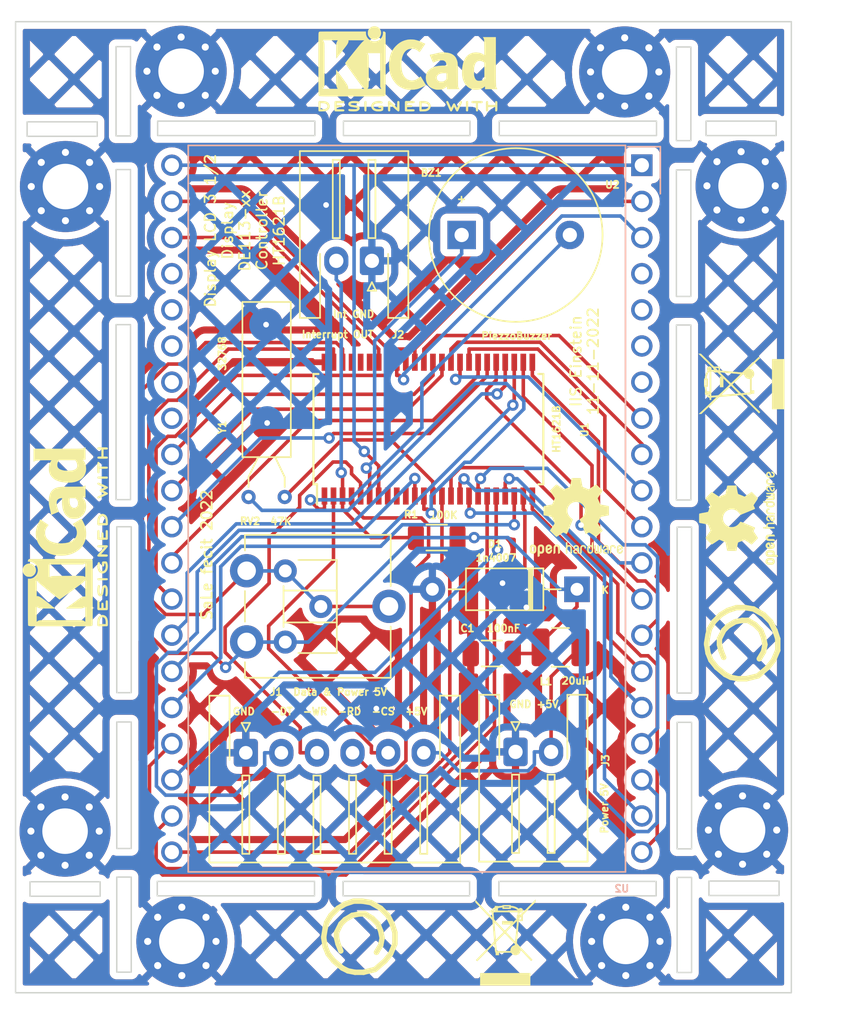
<source format=kicad_pcb>
(kicad_pcb (version 20211014) (generator pcbnew)
  (layers (0 "F.Cu" signal) (31 "B.Cu" signal) (34 "B.Paste" user) (35 "F.Paste" user) (36 "B.SilkS" user "B.Silkscreen") (37 "F.SilkS" user "F.Silkscreen") (38 "B.Mask" user) (39 "F.Mask" user) (44 "Edge.Cuts" user))
  (net 0 "")
  (net 1 "Net-(BZ1-Pad1)")
  (net 2 "Net-(BZ1-Pad2)")
  (net 3 "Net-(C1-Pad1)")
  (net 4 "GND")
  (net 5 "Net-(U1-Pad11)")
  (net 6 "Net-(J3-Pad2)")
  (net 7 "Net-(U1-Pad5)")
  (net 8 "Net-(U1-Pad4)")
  (net 9 "Net-(U1-Pad2)")
  (net 10 "Net-(U1-Pad7)")
  (net 11 "Net-(J2-Pad2)")
  (net 12 "Net-(U1-Pad12)")
  (net 13 "Net-(U1-Pad13)")
  (net 14 "Net-(U1-Pad14)")
  (net 15 "Net-(U1-Pad15)")
  (net 16 "Net-(U1-Pad16)")
  (net 17 "Net-(U1-Pad17)")
  (net 18 "Net-(U1-Pad18)")
  (net 19 "Net-(U1-Pad19)")
  (net 20 "Net-(U1-Pad20)")
  (net 21 "Net-(U1-Pad21)")
  (net 22 "Net-(U1-Pad22)")
  (net 23 "Net-(U1-Pad23)")
  (net 24 "Net-(U1-Pad24)")
  (net 25 "Net-(U1-Pad25)")
  (net 26 "Net-(U1-Pad26)")
  (net 27 "Net-(U1-Pad27)")
  (net 28 "Net-(U1-Pad28)")
  (net 29 "Net-(U1-Pad29)")
  (net 30 "Net-(U1-Pad30)")
  (net 31 "Net-(U1-Pad31)")
  (net 32 "Net-(U1-Pad32)")
  (net 33 "Net-(U1-Pad33)")
  (net 34 "Net-(U1-Pad34)")
  (net 35 "Net-(U1-Pad35)")
  (net 36 "Net-(U1-Pad36)")
  (net 37 "Net-(U1-Pad37)")
  (net 38 "Net-(U1-Pad38)")
  (net 39 "Net-(U1-Pad39)")
  (net 40 "Net-(U1-Pad40)")
  (net 41 "Net-(U1-Pad41)")
  (net 42 "Net-(U1-Pad42)")
  (net 52 "Net-(RV1-Pad1)")
  (footprint "Package_SO:SSOP-48_7.5x15.9mm_P0.635mm" (layer "F.Cu") (at 139.2428 68.6308 90)
    (fp_text reference "U1")
    (fp_text value "HT1621B")
  )
  (footprint "Buzzer_Beeper:Buzzer_12x9.5RM7.6" (layer "F.Cu") (at 141.5796 54.991)
    (fp_text reference "BZ1")
    (fp_text value "PiezzoBuzzer")
  )
  (footprint "Symbol:OSHW-Logo2_7.3x6mm_SilkScreen" (layer "F.Cu") (at 161.025482 74.890558 90)
    (fp_text reference "H13" hide)
    (fp_text value "MountingHole" hide)
  )
  (footprint "Potentiometer_THT:Potentiometer_ACP_CA9-V10_Vertical" (layer "F.Cu") (at 126.4729 83.5814)
    (fp_text reference "RV2")
    (fp_text value "47K")
  )
  (footprint "Symbol:WEEE-Logo_4.2x6mm_SilkScreen" (layer "F.Cu") (at 144.653 104.6988)
    (fp_text reference "H15" hide)
    (fp_text value "MountingHole" hide)
  )
  (footprint "Symbol:OSHW-Logo2_7.3x6mm_SilkScreen" (layer "F.Cu") (at 149.6314 74.8284)
    (fp_text reference "H6" hide)
    (fp_text value "MountingHole" hide)
  )
  (footprint "Symbol:KiCad-Logo2_5mm_SilkScreen" (layer "F.Cu") (at 137.795 43.307)
    (fp_text reference "H5" hide)
    (fp_text value "MountingHole" hide)
  )
  (footprint "Potentiometer_THT:Potentiometer_ACP_CA6-H2,5_Horizontal" (layer "F.Cu") (at 129.1865 78.5922)
    (fp_text reference "RV1" hide)
    (fp_text value "47K" hide)
  )
  (footprint "MountingHole:MountingHole_3.2mm_M3_Pad_Via" (layer "F.Cu") (at 161.2138 51.5366)
    (fp_text reference "H9" hide)
    (fp_text value "MountingHole_Pad" hide)
  )
  (footprint "Symbol:WEEE-Logo_4.2x6mm_SilkScreen" (layer "F.Cu") (at 161.2392 65.4558 90)
    (fp_text reference "H16" hide)
    (fp_text value "MountingHole" hide)
  )
  (footprint "Resistor_SMD:R_1206_3216Metric" (layer "F.Cu") (at 139.827 76.2508)
    (fp_text reference "R1")
    (fp_text value "100K")
  )
  (footprint "MountingHole:MountingHole_3.2mm_M3_Pad_Via" (layer "F.Cu") (at 121.92 104.6226)
    (fp_text reference "H2" hide)
    (fp_text value "MountingHole_Pad" hide)
  )
  (footprint "Symbol:KiCad-Logo2_5mm_SilkScreen" (layer "F.Cu") (at 113.7158 76.2 90)
    (fp_text reference "H12" hide)
    (fp_text value "MountingHole" hide)
  )
  (footprint "Connector_JST:JST_XH_S2B-XH-A-1_1x02_P2.50mm_Horizontal" (layer "F.Cu") (at 145.3651 91.3072)
    (fp_text reference "J3")
    (fp_text value "Power 5V")
  )
  (footprint "MountingHole:MountingHole_3.2mm_M3_Pad_Via" (layer "F.Cu") (at 153.035 43.5356)
    (fp_text reference "H4" hide)
    (fp_text value "MountingHole_Pad" hide)
  )
  (footprint "Diode_THT:D_A-405_P10.16mm_Horizontal" (layer "F.Cu") (at 149.6822 79.883 180)
    (fp_text reference "D1")
    (fp_text value "1n4007")
  )
  (footprint "Inductor_SMD:L_1210_3225Metric" (layer "F.Cu") (at 148.5201 83.9624)
    (fp_text reference "L1")
    (fp_text value "20uH")
  )
  (footprint "MountingHole:MountingHole_3.2mm_M3_Pad_Via" (layer "F.Cu") (at 153.1112 104.6226)
    (fp_text reference "H3" hide)
    (fp_text value "MountingHole_Pad" hide)
  )
  (footprint "Connector_JST:JST_XH_S2B-XH-A-1_1x02_P2.50mm_Horizontal" (layer "F.Cu") (at 135.2729 56.807 180)
    (fp_text reference "J2")
    (fp_text value "Interrupt OUT")
  )
  (footprint "Capacitor_SMD:C_1206_3216Metric" (layer "F.Cu") (at 143.6941 84.3942 180)
    (fp_text reference "C1")
    (fp_text value "100nF")
  )
  (footprint "MountingHole:MountingHole_3.2mm_M3_Pad_Via" (layer "F.Cu") (at 121.8692 43.4848)
    (fp_text reference "H1" hide)
    (fp_text value "MountingHole_Pad" hide)
  )
  (footprint "MountingHole:MountingHole_3.2mm_M3_Pad_Via" (layer "F.Cu") (at 161.3154 96.7994)
    (fp_text reference "H8" hide)
    (fp_text value "MountingHole_Pad" hide)
  )
  (footprint "Connector_JST:JST_XH_S6B-XH-A-1_1x06_P2.50mm_Horizontal" (layer "F.Cu") (at 126.4142 91.368)
    (fp_text reference "J1")
    (fp_text value "Data & Power 5V")
  )
  (footprint "Symbol:Symbol_CC-ShareAlike_SilkscreenTop_Small" (layer "F.Cu") (at 134.3914 104.2924 90)
    (fp_text reference "H7" hide)
    (fp_text value "MountingHole" hide)
  )
  (footprint "MountingHole:MountingHole_3.2mm_M3_Pad_Via" (layer "F.Cu") (at 113.7412 51.5874)
    (fp_text reference "H10" hide)
    (fp_text value "MountingHole_Pad" hide)
  )
  (footprint "Symbol:Symbol_CC-ShareAlike_SilkscreenTop_Small" (layer "F.Cu") (at 161.29 83.6676 90)
    (fp_text reference "H14" hide)
    (fp_text value "MountingHole" hide)
  )
  (footprint "MountingHole:MountingHole_3.2mm_M3_Pad_Via" (layer "F.Cu") (at 113.7158 96.8756)
    (fp_text reference "H11" hide)
    (fp_text value "MountingHole_Pad" hide)
  )
  (footprint "Crystal:Crystal_AT310_D3.0mm_L10.0mm_Horizontal" (layer "F.Cu") (at 129.1461 73.3974 180)
    (fp_text reference "Y1")
    (fp_text value "32768")
  )
  (footprint "Display_7Segment:DE113-XX-XX" (layer "B.Cu") (at 154.2391 50.0888 180)
    (fp_text reference "U2")
    (fp_text value "DE113-XX-XX")
  )
  (gr_poly (pts (xy 157.6832 59.309) (xy 157.683199 50.419001) (xy 156.667201 50.418998) (xy 156.6672 59.308997)) (layer "Edge.Cuts") (width 0.1) (fill none))
  (gr_rect (start 110.236 40.005) (end 164.7444 108.2294) (layer "Edge.Cuts") (width 0.1) (fill none))
  (gr_rect (start 158.9532 101.3968) (end 163.8808 100.3808) (layer "Edge.Cuts") (width 0.1) (fill none))
  (gr_rect (start 120.2182 48.006) (end 131.2672 46.99) (layer "Edge.Cuts") (width 0.1) (fill none))
  (gr_poly (pts (xy 157.683198 73.6092) (xy 157.683201 61.3156) (xy 156.667201 61.315599) (xy 156.667199 73.609199)) (layer "Edge.Cuts") (width 0.1) (fill none))
  (gr_rect (start 111.0488 48.0568) (end 115.9764 47.0408) (layer "Edge.Cuts") (width 0.1) (fill none))
  (gr_poly (pts (xy 157.734004 106.80702) (xy 157.734001 100.1268) (xy 156.718001 100.126799) (xy 156.718005 106.807019)) (layer "Edge.Cuts") (width 0.1) (fill none))
  (gr_poly (pts (xy 118.363999 98.094801) (xy 118.363998 89.204802) (xy 117.348 89.204799) (xy 117.347999 98.094798)) (layer "Edge.Cuts") (width 0.1) (fill none))
  (gr_rect (start 133.2484 101.4222) (end 142.1384 100.4062) (layer "Edge.Cuts") (width 0.1) (fill none))
  (gr_poly (pts (xy 118.313199 59.283601) (xy 118.313198 50.393602) (xy 117.2972 50.393599) (xy 117.297199 59.283598)) (layer "Edge.Cuts") (width 0.1) (fill none))
  (gr_poly (pts (xy 118.313197 73.583801) (xy 118.3132 61.290201) (xy 117.2972 61.2902) (xy 117.297198 73.5838)) (layer "Edge.Cuts") (width 0.1) (fill none))
  (gr_rect (start 144.2212 48.006) (end 155.2702 46.99) (layer "Edge.Cuts") (width 0.1) (fill none))
  (gr_poly (pts (xy 157.734 98.1202) (xy 157.733999 89.230201) (xy 156.718001 89.230198) (xy 156.718 98.120197)) (layer "Edge.Cuts") (width 0.1) (fill none))
  (gr_rect (start 133.2738 48.006) (end 142.1638 46.99) (layer "Edge.Cuts") (width 0.1) (fill none))
  (gr_rect (start 144.1958 101.4222) (end 155.2448 100.4062) (layer "Edge.Cuts") (width 0.1) (fill none))
  (gr_rect (start 158.75 48.006) (end 163.6776 46.99) (layer "Edge.Cuts") (width 0.1) (fill none))
  (gr_rect (start 111.252 101.4476) (end 116.1796 100.4316) (layer "Edge.Cuts") (width 0.1) (fill none))
  (gr_poly (pts (xy 118.363998 87.1474) (xy 118.363999 75.4888) (xy 117.348 75.488799) (xy 117.347998 87.147399)) (layer "Edge.Cuts") (width 0.1) (fill none))
  (gr_rect (start 120.1928 101.4222) (end 131.2418 100.4062) (layer "Edge.Cuts") (width 0.1) (fill none))
  (gr_poly (pts (xy 118.313198 48.0314) (xy 118.313194 41.7576) (xy 117.297195 41.757599) (xy 117.297198 48.031399)) (layer "Edge.Cuts") (width 0.1) (fill none))
  (gr_poly (pts (xy 157.683199 48.361599) (xy 157.683195 41.782999) (xy 156.667196 41.782998) (xy 156.667199 48.361598)) (layer "Edge.Cuts") (width 0.1) (fill none))
  (gr_poly (pts (xy 118.364003 106.781601) (xy 118.364 100.101401) (xy 117.348 100.1014) (xy 117.348004 106.7816)) (layer "Edge.Cuts") (width 0.1) (fill none))
  (gr_poly (pts (xy 157.733999 87.172799) (xy 157.734 75.514199) (xy 156.718001 75.514198) (xy 156.717999 87.172798)) (layer "Edge.Cuts") (width 0.1) (fill none))
  (gr_text "SaLe fecit 2022" (at 123.6726 77.47 90) (layer "F.SilkS") (effects (font (size 0.75 0.75) (thickness 0.13))))
  (gr_text "Display LCD 3 1/2\nDisplay\nDE113-xx\nController\nHT1621B" (at 126.3396 54.6862 90) (layer "F.SilkS") (effects (font (size 0.75 0.75) (thickness 0.12))))
  (gr_text "IIS Einstein\n11-11-2022" (at 150.2156 63.8556 90) (layer "F.SilkS") (effects (font (size 0.75 0.75) (thickness 0.12))))
  (segment (start 134.8794 71.3658) (end 135.1153 71.6017) (width 0.25) (layer "F.Cu") (net 1))
  (segment (start 135.1153 71.6017) (end 135.1153 73.3308) (width 0.25) (layer "F.Cu") (net 1))
  (via (at 134.8794 71.3658) (size 0.8) (drill 0.4) (layers "F.Cu" "B.Cu") (net 1))
  (segment (start 141.5796 56.3161) (end 135.4638 62.4319) (width 0.25) (layer "B.Cu") (net 1))
  (segment (start 135.4638 70.7814) (end 134.8794 71.3658) (width 0.25) (layer "B.Cu") (net 1))
  (segment (start 135.4638 62.4319) (end 135.4638 70.7814) (width 0.25) (layer "B.Cu") (net 1))
  (segment (start 141.5796 54.991) (end 141.5796 56.3161) (width 0.25) (layer "B.Cu") (net 1))
  (segment (start 131.9403 73.3308) (end 131.9403 74.2559) (width 0.25) (layer "F.Cu") (net 2))
  (segment (start 130.9574 73.5968) (end 130.9574 73.6793) (width 0.25) (layer "F.Cu") (net 2))
  (segment (start 130.9574 73.6793) (end 131.534 74.2559) (width 0.25) (layer "F.Cu") (net 2))
  (segment (start 131.534 74.2559) (end 131.9403 74.2559) (width 0.25) (layer "F.Cu") (net 2))
  (via (at 130.9574 73.5968) (size 0.8) (drill 0.4) (layers "F.Cu" "B.Cu") (net 2))
  (segment (start 133.7194 73.5968) (end 130.9574 73.5968) (width 0.25) (layer "B.Cu") (net 2))
  (segment (start 149.1796 54.991) (end 138.7841 65.3865) (width 0.25) (layer "B.Cu") (net 2))
  (segment (start 138.7841 68.5321) (end 133.7194 73.5968) (width 0.25) (layer "B.Cu") (net 2))
  (segment (start 138.7841 65.3865) (end 138.7841 68.5321) (width 0.25) (layer "B.Cu") (net 2))
  (segment (start 147.1201 83.9624) (end 147.1201 83.6702) (width 0.25) (layer "F.Cu") (net 3))
  (segment (start 120.9564 64.0588) (end 122.0815 64.0588) (width 0.25) (layer "F.Cu") (net 3))
  (segment (start 147.1201 83.6702) (end 149.6822 81.1081) (width 0.25) (layer "F.Cu") (net 3))
  (segment (start 146.6883 84.3942) (end 147.1201 83.9624) (width 0.25) (layer "F.Cu") (net 3))
  (segment (start 122.0815 64.0588) (end 123.5937 62.5466) (width 0.25) (layer "F.Cu") (net 3))
  (segment (start 124.0075 84.3788) (end 120.9318 84.3788) (width 0.25) (layer "F.Cu") (net 3))
  (segment (start 119.1457 82.5927) (end 119.1457 65.8695) (width 0.25) (layer "F.Cu") (net 3))
  (segment (start 132.7575 62.5466) (end 133.2103 62.9994) (width 0.25) (layer "F.Cu") (net 3))
  (segment (start 141.2895 76.2508) (end 142.4567 76.2508) (width 0.25) (layer "F.Cu") (net 3))
  (segment (start 120.9318 84.3788) (end 119.1457 82.5927) (width 0.25) (layer "F.Cu") (net 3))
  (segment (start 123.5937 62.5466) (end 132.7575 62.5466) (width 0.25) (layer "F.Cu") (net 3))
  (segment (start 145.1691 84.3942) (end 146.6883 84.3942) (width 0.25) (layer "F.Cu") (net 3))
  (segment (start 124.997 85.3683) (end 124.0075 84.3788) (width 0.25) (layer "F.Cu") (net 3))
  (segment (start 119.1457 65.8695) (end 120.9564 64.0588) (width 0.25) (layer "F.Cu") (net 3))
  (segment (start 149.6822 79.883) (end 149.6822 81.1081) (width 0.25) (layer "F.Cu") (net 3))
  (segment (start 133.2103 62.9994) (end 133.2103 63.9308) (width 0.25) (layer "F.Cu") (net 3))
  (via (at 142.4567 76.2508) (size 0.8) (drill 0.4) (layers "F.Cu" "B.Cu") (net 3))
  (via (at 124.997 85.3683) (size 0.8) (drill 0.4) (layers "F.Cu" "B.Cu") (net 3))
  (segment (start 142.4567 76.2508) (end 144.8249 76.2508) (width 0.25) (layer "B.Cu") (net 3))
  (segment (start 138.1461 76.2508) (end 142.4567 76.2508) (width 0.25) (layer "B.Cu") (net 3))
  (segment (start 144.8249 76.2508) (end 148.4571 79.883) (width 0.25) (layer "B.Cu") (net 3))
  (segment (start 126.4837 83.8816) (end 124.997 85.3683) (width 0.25) (layer "B.Cu") (net 3))
  (segment (start 129.1865 83.5922) (end 130.8047 83.5922) (width 0.25) (layer "B.Cu") (net 3))
  (segment (start 130.8047 83.5922) (end 138.1461 76.2508) (width 0.25) (layer "B.Cu") (net 3))
  (segment (start 129.1865 83.5922) (end 126.4837 83.5922) (width 0.25) (layer "B.Cu") (net 3))
  (segment (start 126.4837 83.5922) (end 126.4837 83.8816) (width 0.25) (layer "B.Cu") (net 3))
  (segment (start 126.4837 83.5922) (end 126.4729 83.5814) (width 0.25) (layer "B.Cu") (net 3))
  (segment (start 149.6822 79.883) (end 148.4571 79.883) (width 0.25) (layer "B.Cu") (net 3))
  (via (at 132.0546 52.8828) (size 0.8) (drill 0.4) (layers "F.Cu" "B.Cu") (net 4))
  (via (at 146.1262 81.153) (size 0.8) (drill 0.4) (layers "F.Cu" "B.Cu") (net 4))
  (via (at 127.9144 68.199) (size 0.8) (drill 0.4) (layers "F.Cu" "B.Cu") (net 4))
  (via (at 127.8382 61.2902) (size 0.8) (drill 0.4) (layers "F.Cu" "B.Cu") (net 4))
  (via (at 135.5852 88.265) (size 0.8) (drill 0.4) (layers "F.Cu" "B.Cu") (net 4))
  (via (at 144.4498 79.4512) (size 0.8) (drill 0.4) (layers "F.Cu" "B.Cu") (net 4))
  (segment (start 138.2903 73.3308) (end 138.2903 72.0958) (width 0.25) (layer "F.Cu") (net 5))
  (via (at 138.2903 72.0958) (size 0.8) (drill 0.4) (layers "F.Cu" "B.Cu") (net 5))
  (segment (start 120.7744 94.3489) (end 125.6517 94.3489) (width 0.25) (layer "B.Cu") (net 5))
  (segment (start 128.9142 91.368) (end 127.7391 91.368) (width 0.25) (layer "B.Cu") (net 5))
  (segment (start 120.951 84.3209) (end 120.133 85.1389) (width 0.25) (layer "B.Cu") (net 5))
  (segment (start 138.2903 72.0958) (end 134.6487 75.7374) (width 0.25) (layer "B.Cu") (net 5))
  (segment (start 134.6487 75.7374) (end 125.9293 75.7374) (width 0.25) (layer "B.Cu") (net 5))
  (segment (start 125.6517 94.3489) (end 127.7391 92.2615) (width 0.25) (layer "B.Cu") (net 5))
  (segment (start 121.5974 84.3209) (end 120.951 84.3209) (width 0.25) (layer "B.Cu") (net 5))
  (segment (start 120.133 85.1389) (end 120.133 93.7075) (width 0.25) (layer "B.Cu") (net 5))
  (segment (start 123.0012 78.6655) (end 123.0012 82.9171) (width 0.25) (layer "B.Cu") (net 5))
  (segment (start 125.9293 75.7374) (end 123.0012 78.6655) (width 0.25) (layer "B.Cu") (net 5))
  (segment (start 123.0012 82.9171) (end 121.5974 84.3209) (width 0.25) (layer "B.Cu") (net 5))
  (segment (start 120.133 93.7075) (end 120.7744 94.3489) (width 0.25) (layer "B.Cu") (net 5))
  (segment (start 127.7391 92.2615) (end 127.7391 91.368) (width 0.25) (layer "B.Cu") (net 5))
  (segment (start 147.8651 86.0174) (end 147.8651 91.3072) (width 0.25) (layer "F.Cu") (net 6))
  (segment (start 149.9201 83.9624) (end 147.8651 86.0174) (width 0.25) (layer "F.Cu") (net 6))
  (segment (start 138.9142 91.368) (end 140.0893 91.368) (width 0.25) (layer "B.Cu") (net 6))
  (segment (start 146.2442 92.6343) (end 141.3556 92.6343) (width 0.25) (layer "B.Cu") (net 6))
  (segment (start 147.8651 91.3072) (end 146.69 91.3072) (width 0.25) (layer "B.Cu") (net 6))
  (segment (start 146.69 92.1885) (end 146.2442 92.6343) (width 0.25) (layer "B.Cu") (net 6))
  (segment (start 141.3556 92.6343) (end 140.0893 91.368) (width 0.25) (layer "B.Cu") (net 6))
  (segment (start 146.69 91.3072) (end 146.69 92.1885) (width 0.25) (layer "B.Cu") (net 6))
  (segment (start 133.8436 71.3463) (end 133.8436 71.769) (width 0.25) (layer "F.Cu") (net 7))
  (segment (start 124.9604 84.3063) (end 124.9604 82.5539) (width 0.25) (layer "F.Cu") (net 7))
  (segment (start 124.9604 82.5539) (end 128.0513 79.463) (width 0.25) (layer "F.Cu") (net 7))
  (segment (start 130.2391 91.368) (end 130.2391 89.585) (width 0.25) (layer "F.Cu") (net 7))
  (segment (start 130.1986 74.1211) (end 130.1986 73.2824) (width 0.25) (layer "F.Cu") (net 7))
  (segment (start 130.2391 89.585) (end 124.9604 84.3063) (width 0.25) (layer "F.Cu") (net 7))
  (segment (start 131.4142 91.368) (end 130.2391 91.368) (width 0.25) (layer "F.Cu") (net 7))
  (segment (start 132.5397 70.9413) (end 133.4386 70.9413) (width 0.25) (layer "F.Cu") (net 7))
  (segment (start 133.4386 70.9413) (end 133.8436 71.3463) (width 0.25) (layer "F.Cu") (net 7))
  (segment (start 128.0513 76.2684) (end 130.1986 74.1211) (width 0.25) (layer "F.Cu") (net 7))
  (segment (start 133.8436 71.769) (end 134.4803 72.4057) (width 0.25) (layer "F.Cu") (net 7))
  (segment (start 130.1986 73.2824) (end 132.5397 70.9413) (width 0.25) (layer "F.Cu") (net 7))
  (segment (start 128.0513 79.463) (end 128.0513 76.2684) (width 0.25) (layer "F.Cu") (net 7))
  (segment (start 134.4803 73.3308) (end 134.4803 72.4057) (width 0.25) (layer "F.Cu") (net 7))
  (segment (start 136.9031 92.6803) (end 135.2265 92.6803) (width 0.25) (layer "F.Cu") (net 8))
  (segment (start 139.2565 77.5707) (end 138.0227 78.8045) (width 0.25) (layer "F.Cu") (net 8))
  (segment (start 137.6642 90.3717) (end 137.6642 91.9192) (width 0.25) (layer "F.Cu") (net 8))
  (segment (start 138.0227 78.8045) (end 138.0227 90.0132) (width 0.25) (layer "F.Cu") (net 8))
  (segment (start 137.6642 91.9192) (end 136.9031 92.6803) (width 0.25) (layer "F.Cu") (net 8))
  (segment (start 138.7493 74.8688) (end 139.2565 75.376) (width 0.25) (layer "F.Cu") (net 8))
  (segment (start 139.2565 75.376) (end 139.2565 77.5707) (width 0.25) (layer "F.Cu") (net 8))
  (segment (start 135.2265 92.6803) (end 133.9142 91.368) (width 0.25) (layer "F.Cu") (net 8))
  (segment (start 133.8453 74.0233) (end 134.6908 74.8688) (width 0.25) (layer "F.Cu") (net 8))
  (segment (start 138.0227 90.0132) (end 137.6642 90.3717) (width 0.25) (layer "F.Cu") (net 8))
  (segment (start 134.6908 74.8688) (end 138.7493 74.8688) (width 0.25) (layer "F.Cu") (net 8))
  (segment (start 133.8453 73.3308) (end 133.8453 74.0233) (width 0.25) (layer "F.Cu") (net 8))
  (segment (start 128.0207 84.056) (end 131.0103 87.0456) (width 0.25) (layer "F.Cu") (net 9))
  (segment (start 132.5753 73.3308) (end 132.5753 77.8979) (width 0.25) (layer "F.Cu") (net 9))
  (segment (start 128.0207 82.4525) (end 128.0207 84.056) (width 0.25) (layer "F.Cu") (net 9))
  (segment (start 131.3991 87.0456) (end 135.2391 90.8856) (width 0.25) (layer "F.Cu") (net 9))
  (segment (start 132.5753 77.8979) (end 128.0207 82.4525) (width 0.25) (layer "F.Cu") (net 9))
  (segment (start 131.0103 87.0456) (end 131.3991 87.0456) (width 0.25) (layer "F.Cu") (net 9))
  (segment (start 136.4142 91.368) (end 135.2391 91.368) (width 0.25) (layer "F.Cu") (net 9))
  (segment (start 135.2391 90.8856) (end 135.2391 91.368) (width 0.25) (layer "F.Cu") (net 9))
  (segment (start 135.7503 73.3308) (end 135.7503 71.2112) (width 0.25) (layer "F.Cu") (net 10))
  (segment (start 135.7503 71.2112) (end 134.7373 70.1982) (width 0.25) (layer "F.Cu") (net 10))
  (via (at 134.7373 70.1982) (size 0.8) (drill 0.4) (layers "F.Cu" "B.Cu") (net 10))
  (segment (start 134.0224 50.0888) (end 134.0224 69.4833) (width 0.25) (layer "B.Cu") (net 10))
  (segment (start 134.0224 69.4833) (end 134.7373 70.1982) (width 0.25) (layer "B.Cu") (net 10))
  (segment (start 121.2191 50.0888) (end 134.0224 50.0888) (width 0.25) (layer "B.Cu") (net 10))
  (segment (start 134.0224 50.0888) (end 154.2391 50.0888) (width 0.25) (layer "B.Cu") (net 10))
  (segment (start 135.2052 76.2508) (end 138.3645 76.2508) (width 0.25) (layer "F.Cu") (net 11))
  (segment (start 133.2103 73.3308) (end 133.2103 71.7724) (width 0.25) (layer "F.Cu") (net 11))
  (segment (start 133.2103 74.2559) (end 135.2052 76.2508) (width 0.25) (layer "F.Cu") (net 11))
  (segment (start 133.2103 73.3308) (end 133.2103 74.2559) (width 0.25) (layer "F.Cu") (net 11))
  (segment (start 133.2103 71.7724) (end 133.1184 71.6805) (width 0.25) (layer "F.Cu") (net 11))
  (via (at 133.1184 71.6805) (size 0.8) (drill 0.4) (layers "F.Cu" "B.Cu") (net 11))
  (segment (start 132.7729 56.807) (end 132.7729 58.1321) (width 0.25) (layer "B.Cu") (net 11))
  (segment (start 132.7729 58.1321) (end 133.1184 58.4776) (width 0.25) (layer "B.Cu") (net 11))
  (segment (start 133.1184 58.4776) (end 133.1184 71.6805) (width 0.25) (layer "B.Cu") (net 11))
  (segment (start 138.9253 73.3308) (end 138.9253 74.2559) (width 0.25) (layer "F.Cu") (net 12))
  (segment (start 139.1617 74.2559) (end 138.9253 74.2559) (width 0.25) (layer "F.Cu") (net 12))
  (segment (start 139.4399 74.5341) (end 139.1617 74.2559) (width 0.25) (layer "F.Cu") (net 12))
  (via (at 139.4399 74.5341) (size 0.8) (drill 0.4) (layers "F.Cu" "B.Cu") (net 12))
  (segment (start 141.7933 70.9628) (end 139.44 73.3161) (width 0.25) (layer "B.Cu") (net 12))
  (segment (start 133.6153 74.3376) (end 142.5275 65.4254) (width 0.25) (layer "B.Cu") (net 12))
  (segment (start 144.7147 65.4254) (end 145.9463 66.657) (width 0.25) (layer "B.Cu") (net 12))
  (segment (start 127.5463 74.3376) (end 133.6153 74.3376) (width 0.25) (layer "B.Cu") (net 12))
  (segment (start 145.9463 66.657) (end 145.9463 67.2178) (width 0.25) (layer "B.Cu") (net 12))
  (segment (start 145.9463 67.2178) (end 142.2013 70.9628) (width 0.25) (layer "B.Cu") (net 12))
  (segment (start 139.44 73.3161) (end 139.44 74.5341) (width 0.25) (layer "B.Cu") (net 12))
  (segment (start 126.6061 73.3974) (end 127.5463 74.3376) (width 0.25) (layer "B.Cu") (net 12))
  (segment (start 139.44 74.5341) (end 139.4399 74.5341) (width 0.25) (layer "B.Cu") (net 12))
  (segment (start 142.5275 65.4254) (end 144.7147 65.4254) (width 0.25) (layer "B.Cu") (net 12))
  (segment (start 142.2013 70.9628) (end 141.7933 70.9628) (width 0.25) (layer "B.Cu") (net 12))
  (segment (start 136.6179 69.388) (end 133.1555 69.388) (width 0.25) (layer "F.Cu") (net 13))
  (segment (start 139.5603 72.3304) (end 136.6179 69.388) (width 0.25) (layer "F.Cu") (net 13))
  (segment (start 139.5603 73.3308) (end 139.5603 72.3304) (width 0.25) (layer "F.Cu") (net 13))
  (segment (start 133.1555 69.388) (end 129.1461 73.3974) (width 0.25) (layer "F.Cu") (net 13))
  (segment (start 133.7496 98.3488) (end 140.7474 91.351) (width 0.25) (layer "F.Cu") (net 14))
  (segment (start 140.7474 91.351) (end 140.7474 79.0044) (width 0.25) (layer "F.Cu") (net 14))
  (segment (start 140.7474 79.0044) (end 140.1953 78.4523) (width 0.25) (layer "F.Cu") (net 14))
  (segment (start 121.2191 98.3488) (end 133.7496 98.3488) (width 0.25) (layer "F.Cu") (net 14))
  (segment (start 140.1953 78.4523) (end 140.1953 73.3308) (width 0.25) (layer "F.Cu") (net 14))
  (segment (start 155.3191 85.1961) (end 154.6778 84.5548) (width 0.25) (layer "F.Cu") (net 15))
  (segment (start 155.3191 97.2688) (end 155.3191 85.1961) (width 0.25) (layer "F.Cu") (net 15))
  (segment (start 141.4824 71.3351) (end 140.8303 71.9872) (width 0.25) (layer "F.Cu") (net 15))
  (segment (start 154.6778 84.5548) (end 154.1646 84.5548) (width 0.25) (layer "F.Cu") (net 15))
  (segment (start 148.6042 74.0382) (end 145.9011 71.3351) (width 0.25) (layer "F.Cu") (net 15))
  (segment (start 154.2391 98.3488) (end 155.3191 97.2688) (width 0.25) (layer "F.Cu") (net 15))
  (segment (start 152.5531 79.5195) (end 148.6042 75.5706) (width 0.25) (layer "F.Cu") (net 15))
  (segment (start 154.1646 84.5548) (end 152.5531 82.9433) (width 0.25) (layer "F.Cu") (net 15))
  (segment (start 148.6042 75.5706) (end 148.6042 74.0382) (width 0.25) (layer "F.Cu") (net 15))
  (segment (start 145.9011 71.3351) (end 141.4824 71.3351) (width 0.25) (layer "F.Cu") (net 15))
  (segment (start 140.8303 71.9872) (end 140.8303 73.3308) (width 0.25) (layer "F.Cu") (net 15))
  (segment (start 152.5531 82.9433) (end 152.5531 79.5195) (width 0.25) (layer "F.Cu") (net 15))
  (segment (start 141.4653 72.4057) (end 141.7466 72.1244) (width 0.25) (layer "F.Cu") (net 16))
  (segment (start 141.4653 73.3308) (end 141.4653 72.4057) (width 0.25) (layer "F.Cu") (net 16))
  (via (at 141.7466 72.1244) (size 0.8) (drill 0.4) (layers "F.Cu" "B.Cu") (net 16))
  (segment (start 154.2391 95.8088) (end 151.6149 93.1846) (width 0.25) (layer "B.Cu") (net 16))
  (segment (start 151.6149 93.1846) (end 151.6149 78.881) (width 0.25) (layer "B.Cu") (net 16))
  (segment (start 142.5632 72.941) (end 141.7466 72.1244) (width 0.25) (layer "B.Cu") (net 16))
  (segment (start 145.6749 72.941) (end 142.5632 72.941) (width 0.25) (layer "B.Cu") (net 16))
  (segment (start 151.6149 78.881) (end 145.6749 72.941) (width 0.25) (layer "B.Cu") (net 16))
  (segment (start 142.1003 74.4481) (end 142.1003 73.3308) (width 0.25) (layer "F.Cu") (net 17))
  (segment (start 142.1834 74.5312) (end 142.1003 74.4481) (width 0.25) (layer "F.Cu") (net 17))
  (via (at 142.1834 74.5312) (size 0.8) (drill 0.4) (layers "F.Cu" "B.Cu") (net 17))
  (segment (start 154.6863 96.9042) (end 153.7318 96.9042) (width 0.25) (layer "B.Cu") (net 17))
  (segment (start 155.3153 96.2752) (end 154.6863 96.9042) (width 0.25) (layer "B.Cu") (net 17))
  (segment (start 150.9398 94.1122) (end 150.9398 78.8426) (width 0.25) (layer "B.Cu") (net 17))
  (segment (start 146.6284 74.5312) (end 142.1834 74.5312) (width 0.25) (layer "B.Cu") (net 17))
  (segment (start 153.7318 96.9042) (end 150.9398 94.1122) (width 0.25) (layer "B.Cu") (net 17))
  (segment (start 155.3153 94.345) (end 155.3153 96.2752) (width 0.25) (layer "B.Cu") (net 17))
  (segment (start 150.9398 78.8426) (end 146.6284 74.5312) (width 0.25) (layer "B.Cu") (net 17))
  (segment (start 154.2391 93.2688) (end 155.3153 94.345) (width 0.25) (layer "B.Cu") (net 17))
  (segment (start 142.9022 72.0986) (end 142.7353 72.2655) (width 0.25) (layer "F.Cu") (net 18))
  (segment (start 142.7353 72.2655) (end 142.7353 73.3308) (width 0.25) (layer "F.Cu") (net 18))
  (via (at 142.9022 72.0986) (size 0.8) (drill 0.4) (layers "F.Cu" "B.Cu") (net 18))
  (segment (start 154.2391 90.7288) (end 155.3473 89.6206) (width 0.25) (layer "B.Cu") (net 18))
  (segment (start 155.3473 77.6146) (end 154.4915 76.7588) (width 0.25) (layer "B.Cu") (net 18))
  (segment (start 155.3473 89.6206) (end 155.3473 77.6146) (width 0.25) (layer "B.Cu") (net 18))
  (segment (start 154.4915 76.7588) (end 152.9533 76.7588) (width 0.25) (layer "B.Cu") (net 18))
  (segment (start 152.9533 76.7588) (end 147.5797 71.3852) (width 0.25) (layer "B.Cu") (net 18))
  (segment (start 143.6156 71.3852) (end 142.9022 72.0986) (width 0.25) (layer "B.Cu") (net 18))
  (segment (start 147.5797 71.3852) (end 143.6156 71.3852) (width 0.25) (layer "B.Cu") (net 18))
  (segment (start 120.7707 99.5054) (end 133.2297 99.5054) (width 0.25) (layer "F.Cu") (net 19))
  (segment (start 133.2297 99.5054) (end 143.3703 89.3648) (width 0.25) (layer "F.Cu") (net 19))
  (segment (start 121.2191 95.8088) (end 120.1145 96.9134) (width 0.25) (layer "F.Cu") (net 19))
  (segment (start 120.1145 98.8492) (end 120.7707 99.5054) (width 0.25) (layer "F.Cu") (net 19))
  (segment (start 143.3703 89.3648) (end 143.3703 73.3308) (width 0.25) (layer "F.Cu") (net 19))
  (segment (start 120.1145 96.9134) (end 120.1145 98.8492) (width 0.25) (layer "F.Cu") (net 19))
  (segment (start 144.102 77.1146) (end 144.0053 77.0179) (width 0.25) (layer "F.Cu") (net 20))
  (segment (start 144.0053 77.0179) (end 144.0053 73.3308) (width 0.25) (layer "F.Cu") (net 20))
  (via (at 144.102 77.1146) (size 0.8) (drill 0.4) (layers "F.Cu" "B.Cu") (net 20))
  (segment (start 128.7688 85.7191) (end 135.4975 85.7191) (width 0.25) (layer "B.Cu") (net 20))
  (segment (start 135.4975 85.7191) (end 144.102 77.1146) (width 0.25) (layer "B.Cu") (net 20))
  (segment (start 121.2191 93.2688) (end 128.7688 85.7191) (width 0.25) (layer "B.Cu") (net 20))
  (segment (start 144.9212 72.1159) (end 144.6403 72.3968) (width 0.25) (layer "F.Cu") (net 21))
  (segment (start 144.6403 72.3968) (end 144.6403 73.3308) (width 0.25) (layer "F.Cu") (net 21))
  (via (at 144.9212 72.1159) (size 0.8) (drill 0.4) (layers "F.Cu" "B.Cu") (net 21))
  (segment (start 154.2391 88.1888) (end 152.065 86.0147) (width 0.25) (layer "B.Cu") (net 21))
  (segment (start 152.065 86.0147) (end 152.065 78.6945) (width 0.25) (layer "B.Cu") (net 21))
  (segment (start 152.065 78.6945) (end 145.4864 72.1159) (width 0.25) (layer "B.Cu") (net 21))
  (segment (start 145.4864 72.1159) (end 144.9212 72.1159) (width 0.25) (layer "B.Cu") (net 21))
  (segment (start 145.2753 75.348) (end 145.2753 73.3308) (width 0.25) (layer "F.Cu") (net 22))
  (via (at 145.2753 75.348) (size 0.8) (drill 0.4) (layers "F.Cu" "B.Cu") (net 22))
  (segment (start 135.8935 76.8626) (end 126.0773 76.8626) (width 0.25) (layer "B.Cu") (net 22))
  (segment (start 124.6524 78.2875) (end 124.6524 84.6875) (width 0.25) (layer "B.Cu") (net 22))
  (segment (start 145.2753 75.348) (end 137.4081 75.348) (width 0.25) (layer "B.Cu") (net 22))
  (segment (start 126.0773 76.8626) (end 124.6524 78.2875) (width 0.25) (layer "B.Cu") (net 22))
  (segment (start 121.2191 88.1208) (end 121.2191 88.1888) (width 0.25) (layer "B.Cu") (net 22))
  (segment (start 124.6524 84.6875) (end 121.2191 88.1208) (width 0.25) (layer "B.Cu") (net 22))
  (segment (start 137.4081 75.348) (end 135.8935 76.8626) (width 0.25) (layer "B.Cu") (net 22))
  (segment (start 120.5784 99.9556) (end 133.4493 99.9556) (width 0.25) (layer "F.Cu") (net 23))
  (segment (start 146.0201 74.3657) (end 145.9103 74.2559) (width 0.25) (layer "F.Cu") (net 23))
  (segment (start 121.2191 90.7288) (end 119.6474 92.3005) (width 0.25) (layer "F.Cu") (net 23))
  (segment (start 133.4493 99.9556) (end 143.885 89.5199) (width 0.25) (layer "F.Cu") (net 23))
  (segment (start 143.885 81.7837) (end 146.0201 79.6486) (width 0.25) (layer "F.Cu") (net 23))
  (segment (start 146.0201 79.6486) (end 146.0201 74.3657) (width 0.25) (layer "F.Cu") (net 23))
  (segment (start 143.885 89.5199) (end 143.885 81.7837) (width 0.25) (layer "F.Cu") (net 23))
  (segment (start 145.9103 73.3308) (end 145.9103 74.2559) (width 0.25) (layer "F.Cu") (net 23))
  (segment (start 119.6474 92.3005) (end 119.6474 99.0246) (width 0.25) (layer "F.Cu") (net 23))
  (segment (start 119.6474 99.0246) (end 120.5784 99.9556) (width 0.25) (layer "F.Cu") (net 23))
  (segment (start 154.2391 85.6488) (end 151.8106 83.2203) (width 0.25) (layer "F.Cu") (net 24))
  (segment (start 151.8106 83.2203) (end 151.8106 79.5212) (width 0.25) (layer "F.Cu") (net 24))
  (segment (start 151.8106 79.5212) (end 146.5453 74.2559) (width 0.25) (layer "F.Cu") (net 24))
  (segment (start 146.5453 73.3308) (end 146.5453 74.2559) (width 0.25) (layer "F.Cu") (net 24))
  (segment (start 151.19 69.5006) (end 146.5453 64.8559) (width 0.25) (layer "F.Cu") (net 25))
  (segment (start 154.4915 79.2988) (end 153.9379 79.2988) (width 0.25) (layer "F.Cu") (net 25))
  (segment (start 155.3473 80.1546) (end 154.4915 79.2988) (width 0.25) (layer "F.Cu") (net 25))
  (segment (start 155.3473 82.0006) (end 155.3473 80.1546) (width 0.25) (layer "F.Cu") (net 25))
  (segment (start 151.19 76.5509) (end 151.19 69.5006) (width 0.25) (layer "F.Cu") (net 25))
  (segment (start 146.5453 63.9308) (end 146.5453 64.8559) (width 0.25) (layer "F.Cu") (net 25))
  (segment (start 153.9379 79.2988) (end 151.19 76.5509) (width 0.25) (layer "F.Cu") (net 25))
  (segment (start 154.2391 83.1088) (end 155.3473 82.0006) (width 0.25) (layer "F.Cu") (net 25))
  (segment (start 150.7384 71.183) (end 145.9103 66.3549) (width 0.25) (layer "F.Cu") (net 26))
  (segment (start 145.9103 66.3549) (end 145.9103 63.9308) (width 0.25) (layer "F.Cu") (net 26))
  (segment (start 150.7384 77.0681) (end 150.7384 71.183) (width 0.25) (layer "F.Cu") (net 26))
  (segment (start 154.2391 80.5688) (end 150.7384 77.0681) (width 0.25) (layer "F.Cu") (net 26))
  (segment (start 145.2753 63.9308) (end 145.2753 64.8559) (width 0.25) (layer "F.Cu") (net 27))
  (segment (start 145.2753 66.8441) (end 145.1764 66.943) (width 0.25) (layer "F.Cu") (net 27))
  (segment (start 145.2753 64.8559) (end 145.2753 66.8441) (width 0.25) (layer "F.Cu") (net 27))
  (via (at 145.1764 66.943) (size 0.8) (drill 0.4) (layers "F.Cu" "B.Cu") (net 27))
  (segment (start 145.1764 66.943) (end 135.9319 76.1875) (width 0.25) (layer "B.Cu") (net 27))
  (segment (start 126.1158 76.1875) (end 124.2023 78.101) (width 0.25) (layer "B.Cu") (net 27))
  (segment (start 135.9319 76.1875) (end 126.1158 76.1875) (width 0.25) (layer "B.Cu") (net 27))
  (segment (start 124.2023 82.6656) (end 121.2191 85.6488) (width 0.25) (layer "B.Cu") (net 27))
  (segment (start 124.2023 78.101) (end 124.2023 82.6656) (width 0.25) (layer "B.Cu") (net 27))
  (segment (start 144.6403 63.9308) (end 144.6403 65.5847) (width 0.25) (layer "F.Cu") (net 28))
  (segment (start 144.6403 65.5847) (end 144.0675 66.1575) (width 0.25) (layer "F.Cu") (net 28))
  (via (at 144.0675 66.1575) (size 0.8) (drill 0.4) (layers "F.Cu" "B.Cu") (net 28))
  (segment (start 122.2943 78.7358) (end 122.2943 82.0336) (width 0.25) (layer "B.Cu") (net 28))
  (segment (start 125.7428 75.2873) (end 122.2943 78.7358) (width 0.25) (layer "B.Cu") (net 28))
  (segment (start 122.2943 82.0336) (end 121.2191 83.1088) (width 0.25) (layer "B.Cu") (net 28))
  (segment (start 133.8702 75.2873) (end 125.7428 75.2873) (width 0.25) (layer "B.Cu") (net 28))
  (segment (start 143 66.1575) (end 133.8702 75.2873) (width 0.25) (layer "B.Cu") (net 28))
  (segment (start 144.0675 66.1575) (end 143 66.1575) (width 0.25) (layer "B.Cu") (net 28))
  (segment (start 144.0053 63.9308) (end 144.0053 64.8559) (width 0.25) (layer "F.Cu") (net 29))
  (segment (start 143.3424 66.4577) (end 149.9683 73.0836) (width 0.25) (layer "F.Cu") (net 29))
  (segment (start 143.3424 65.8572) (end 143.3424 66.4577) (width 0.25) (layer "F.Cu") (net 29))
  (segment (start 149.9683 73.0836) (end 149.9683 75.3746) (width 0.25) (layer "F.Cu") (net 29))
  (segment (start 144.0053 65.1943) (end 143.3424 65.8572) (width 0.25) (layer "F.Cu") (net 29))
  (segment (start 144.0053 64.8559) (end 144.0053 65.1943) (width 0.25) (layer "F.Cu") (net 29))
  (via (at 149.9683 75.3746) (size 0.8) (drill 0.4) (layers "F.Cu" "B.Cu") (net 29))
  (segment (start 152.6225 78.0288) (end 149.9683 75.3746) (width 0.25) (layer "B.Cu") (net 29))
  (segment (start 154.2391 78.0288) (end 152.6225 78.0288) (width 0.25) (layer "B.Cu") (net 29))
  (segment (start 143.3703 64.8963) (end 139.3287 68.9379) (width 0.25) (layer "F.Cu") (net 30))
  (segment (start 139.3287 68.9379) (end 132.5787 68.9379) (width 0.25) (layer "F.Cu") (net 30))
  (segment (start 132.5787 68.9379) (end 132.2626 69.254) (width 0.25) (layer "F.Cu") (net 30))
  (segment (start 143.3703 63.9308) (end 143.3703 64.8963) (width 0.25) (layer "F.Cu") (net 30))
  (via (at 132.2626 69.254) (size 0.8) (drill 0.4) (layers "F.Cu" "B.Cu") (net 30))
  (segment (start 127.4539 69.254) (end 132.2626 69.254) (width 0.25) (layer "B.Cu") (net 30))
  (segment (start 121.2191 75.4888) (end 127.4539 69.254) (width 0.25) (layer "B.Cu") (net 30))
  (segment (start 142.7353 63.9308) (end 142.7353 64.8559) (width 0.25) (layer "F.Cu") (net 31))
  (segment (start 121.2191 78.0288) (end 121.2191 77.6174) (width 0.25) (layer "F.Cu") (net 31))
  (segment (start 121.2191 77.6174) (end 130.8111 68.0254) (width 0.25) (layer "F.Cu") (net 31))
  (segment (start 130.8111 68.0254) (end 139.5658 68.0254) (width 0.25) (layer "F.Cu") (net 31))
  (segment (start 139.5658 68.0254) (end 142.7353 64.8559) (width 0.25) (layer "F.Cu") (net 31))
  (segment (start 151.6402 67.7082) (end 146.9377 63.0057) (width 0.25) (layer "F.Cu") (net 32))
  (segment (start 154.2391 75.4888) (end 151.6402 72.8899) (width 0.25) (layer "F.Cu") (net 32))
  (segment (start 151.6402 72.8899) (end 151.6402 67.7082) (width 0.25) (layer "F.Cu") (net 32))
  (segment (start 142.1003 63.9308) (end 142.1003 63.0057) (width 0.25) (layer "F.Cu") (net 32))
  (segment (start 146.9377 63.0057) (end 142.1003 63.0057) (width 0.25) (layer "F.Cu") (net 32))
  (segment (start 141.434 64.8559) (end 141.1538 65.1361) (width 0.25) (layer "F.Cu") (net 33))
  (segment (start 141.4653 64.8559) (end 141.434 64.8559) (width 0.25) (layer "F.Cu") (net 33))
  (segment (start 141.4653 63.9308) (end 141.4653 64.8559) (width 0.25) (layer "F.Cu") (net 33))
  (via (at 141.1538 65.1361) (size 0.8) (drill 0.4) (layers "F.Cu" "B.Cu") (net 33))
  (segment (start 141.3179 64.972) (end 146.2623 64.972) (width 0.25) (layer "B.Cu") (net 33))
  (segment (start 146.2623 64.972) (end 154.2391 72.9488) (width 0.25) (layer "B.Cu") (net 33))
  (segment (start 141.1538 65.1361) (end 141.3179 64.972) (width 0.25) (layer "B.Cu") (net 33))
  (segment (start 154.2391 70.4088) (end 154.2391 69.6704) (width 0.25) (layer "F.Cu") (net 34))
  (segment (start 154.2391 69.6704) (end 147.094 62.5253) (width 0.25) (layer "F.Cu") (net 34))
  (segment (start 140.8303 63.9308) (end 140.8303 63.0057) (width 0.25) (layer "F.Cu") (net 34))
  (segment (start 141.3107 62.5253) (end 140.8303 63.0057) (width 0.25) (layer "F.Cu") (net 34))
  (segment (start 147.094 62.5253) (end 141.3107 62.5253) (width 0.25) (layer "F.Cu") (net 34))
  (segment (start 126.9398 67.2281) (end 137.8293 67.2281) (width 0.25) (layer "F.Cu") (net 35))
  (segment (start 121.2191 72.9488) (end 126.9398 67.2281) (width 0.25) (layer "F.Cu") (net 35))
  (segment (start 137.8293 67.2281) (end 140.1953 64.8621) (width 0.25) (layer "F.Cu") (net 35))
  (segment (start 140.1953 64.8621) (end 140.1953 63.9308) (width 0.25) (layer "F.Cu") (net 35))
  (segment (start 121.2191 70.4088) (end 125.4461 66.1818) (width 0.25) (layer "F.Cu") (net 36))
  (segment (start 125.4461 66.1818) (end 138.2344 66.1818) (width 0.25) (layer "F.Cu") (net 36))
  (segment (start 138.2344 66.1818) (end 139.5603 64.8559) (width 0.25) (layer "F.Cu") (net 36))
  (segment (start 139.5603 63.9308) (end 139.5603 64.8559) (width 0.25) (layer "F.Cu") (net 36))
  (segment (start 148.4252 62.0549) (end 139.8761 62.0549) (width 0.25) (layer "F.Cu") (net 37))
  (segment (start 154.2391 67.8688) (end 148.4252 62.0549) (width 0.25) (layer "F.Cu") (net 37))
  (segment (start 139.8761 62.0549) (end 138.9253 63.0057) (width 0.25) (layer "F.Cu") (net 37))
  (segment (start 138.9253 63.9308) (end 138.9253 63.0057) (width 0.25) (layer "F.Cu") (net 37))
  (segment (start 154.2391 52.6288) (end 148.6477 52.6288) (width 0.25) (layer "F.Cu") (net 38))
  (segment (start 148.6477 52.6288) (end 138.2903 62.9862) (width 0.25) (layer "F.Cu") (net 38))
  (segment (start 138.2903 62.9862) (end 138.2903 63.9308) (width 0.25) (layer "F.Cu") (net 38))
  (segment (start 126.0101 52.6288) (end 136.387 63.0057) (width 0.25) (layer "F.Cu") (net 39))
  (segment (start 136.387 63.0057) (end 137.6553 63.0057) (width 0.25) (layer "F.Cu") (net 39))
  (segment (start 137.6553 63.9308) (end 137.6553 63.0057) (width 0.25) (layer "F.Cu") (net 39))
  (segment (start 121.2191 52.6288) (end 126.0101 52.6288) (width 0.25) (layer "F.Cu") (net 39))
  (segment (start 137.0203 63.9308) (end 137.0203 64.8559) (width 0.25) (layer "F.Cu") (net 40))
  (segment (start 137.1976 64.8559) (end 137.0203 64.8559) (width 0.25) (layer "F.Cu") (net 40))
  (segment (start 137.4987 65.157) (end 137.1976 64.8559) (width 0.25) (layer "F.Cu") (net 40))
  (via (at 137.4987 65.157) (size 0.8) (drill 0.4) (layers "F.Cu" "B.Cu") (net 40))
  (segment (start 148.6218 53.6572) (end 137.4988 64.7802) (width 0.25) (layer "B.Cu") (net 40))
  (segment (start 154.2391 55.1688) (end 152.7275 53.6572) (width 0.25) (layer "B.Cu") (net 40))
  (segment (start 137.4988 64.7802) (end 137.4988 65.157) (width 0.25) (layer "B.Cu") (net 40))
  (segment (start 152.7275 53.6572) (end 148.6218 53.6572) (width 0.25) (layer "B.Cu") (net 40))
  (segment (start 137.4988 65.157) (end 137.4987 65.157) (width 0.25) (layer "B.Cu") (net 40))
  (segment (start 120.9335 69.1388) (end 121.4696 69.1388) (width 0.25) (layer "F.Cu") (net 41))
  (segment (start 121.4696 69.1388) (end 125.7525 64.8559) (width 0.25) (layer "F.Cu") (net 41))
  (segment (start 120.1087 69.9636) (end 120.9335 69.1388) (width 0.25) (layer "F.Cu") (net 41))
  (segment (start 120.1087 79.4584) (end 120.1087 69.9636) (width 0.25) (layer "F.Cu") (net 41))
  (segment (start 136.3853 63.9308) (end 136.3853 64.8559) (width 0.25) (layer "F.Cu") (net 41))
  (segment (start 125.7525 64.8559) (end 136.3853 64.8559) (width 0.25) (layer "F.Cu") (net 41))
  (segment (start 121.2191 80.5688) (end 120.1087 79.4584) (width 0.25) (layer "F.Cu") (net 41))
  (segment (start 135.7503 63.9308) (end 135.7503 63.0057) (width 0.25) (layer "F.Cu") (net 42))
  (segment (start 127.9134 55.1688) (end 121.2191 55.1688) (width 0.25) (layer "F.Cu") (net 42))
  (segment (start 135.7503 63.0057) (end 127.9134 55.1688) (width 0.25) (layer "F.Cu") (net 42))
  (segment (start 125.1937 63.0057) (end 132.5753 63.0057) (width 0.25) (layer "F.Cu") (net 52))
  (segment (start 132.5753 63.9308) (end 132.5753 63.0057) (width 0.25) (layer "F.Cu") (net 52))
  (segment (start 120.9564 66.5988) (end 121.6006 66.5988) (width 0.25) (layer "F.Cu") (net 52))
  (segment (start 131.6865 81.0922) (end 136.4621 81.0922) (width 0.25) (layer "F.Cu") (net 52))
  (segment (start 126.4729 78.5814) (end 123.4034 81.6509) (width 0.25) (layer "F.Cu") (net 52))
  (segment (start 136.4621 81.0922) (end 136.4729 81.0814) (width 0.25) (layer "F.Cu") (net 52))
  (segment (start 121.6006 66.5988) (end 125.1937 63.0057) (width 0.25) (layer "F.Cu") (net 52))
  (segment (start 119.6035 80.4736) (end 119.6035 67.9517) (width 0.25) (layer "F.Cu") (net 52))
  (segment (start 120.7808 81.6509) (end 119.6035 80.4736) (width 0.25) (layer "F.Cu") (net 52))
  (segment (start 123.4034 81.6509) (end 120.7808 81.6509) (width 0.25) (layer "F.Cu") (net 52))
  (segment (start 119.6035 67.9517) (end 120.9564 66.5988) (width 0.25) (layer "F.Cu") (net 52))
  (segment (start 129.1865 78.5922) (end 126.4837 78.5922) (width 0.25) (layer "B.Cu") (net 52))
  (segment (start 126.4837 78.5922) (end 126.4729 78.5814) (width 0.25) (layer "B.Cu") (net 52))
  (segment (start 131.6865 81.0922) (end 129.1865 78.5922) (width 0.25) (layer "B.Cu") (net 52))
  (zone (net 4) (net_name "GND") (layers F&B.Cu) (connect_pads (clearance 0.508)) (min_thickness 0.254) (fill yes (mode hatch) (thermal_gap 0.508) (thermal_bridge_width 0.508) (hatch_thickness 0.5) (hatch_gap 2) (hatch_orientation 45) (hatch_smoothing_level 3) (hatch_smoothing_value 0.1) (hatch_border_algorithm hatch_thickness) (hatch_min_hole_area 0.3))
    (polygon (pts (xy 170.1292 38.5572) (xy 170.053 110.4138) (xy 109.1438 110.363) (xy 109.1438 38.481)))
  )
)
</source>
